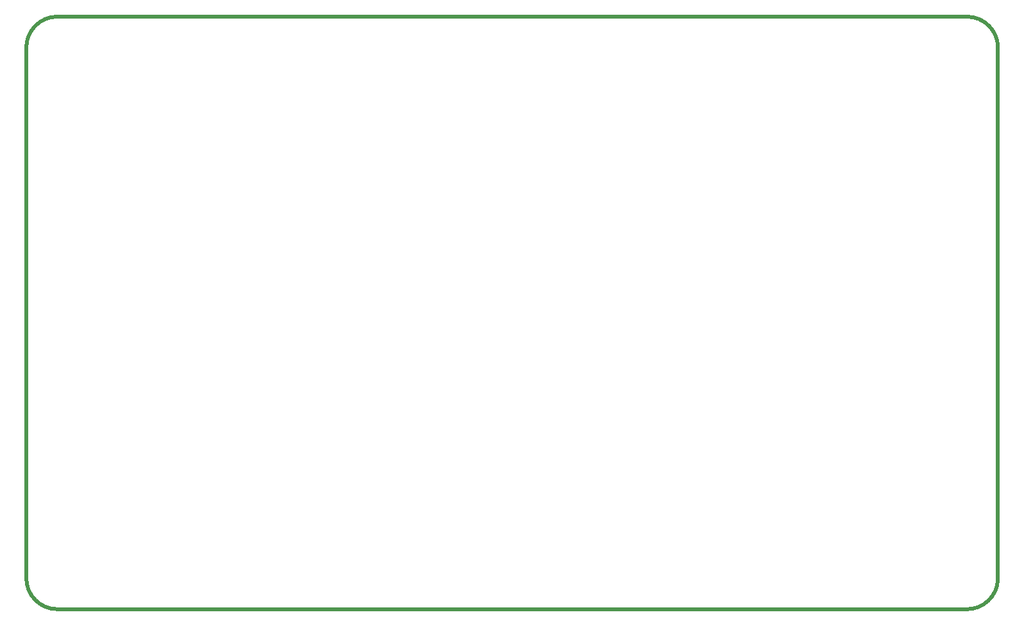
<source format=gts>
G04*
G04 #@! TF.GenerationSoftware,Altium Limited,Altium Designer,24.5.2 (23)*
G04*
G04 Layer_Color=8388736*
%FSLAX44Y44*%
%MOMM*%
G71*
G04*
G04 #@! TF.SameCoordinates,DF3C02B5-3F0F-4488-AB2D-F481A5C04937*
G04*
G04*
G04 #@! TF.FilePolarity,Negative*
G04*
G01*
G75*
%ADD11C,0.5000*%
D11*
X1288601Y747500D02*
G03*
X1247601Y788500I-41000J0D01*
G01*
Y5500D02*
G03*
X1288568Y44835I0J41000D01*
G01*
X5568Y46500D02*
G03*
X46568Y5500I41000J0D01*
G01*
X5601Y46500D02*
G03*
X46601Y5500I41000J0D01*
G01*
X46568Y788500D02*
G03*
X5568Y747500I0J-41000D01*
G01*
X46601Y788500D02*
G03*
X5601Y747500I0J-41000D01*
G01*
X1288568Y44835D02*
Y747500D01*
X1171353Y788500D02*
X1247601D01*
X1288568Y747500D02*
X1288601D01*
X1114947Y788500D02*
X1145000D01*
X1030018D02*
X1114947D01*
X1145000D02*
X1153923D01*
X349938D02*
X434948D01*
X264358D02*
X349938D01*
X689490D02*
X774907D01*
X859835D02*
X1030018D01*
X774907D02*
X859835D01*
X46601D02*
X95071D01*
X434948D02*
X519714D01*
X605050D01*
X689490D01*
X95071D02*
X179267D01*
X264358D01*
X1153923D02*
X1153968Y788456D01*
X46601Y5500D02*
X859735D01*
X5568Y46400D02*
Y747500D01*
X5601Y46400D02*
Y747500D01*
X1200000Y5500D02*
X1200000Y5500D01*
X1199000Y5500D02*
X1200000D01*
X1200000Y5500D02*
X1247601D01*
X1199000D02*
X1199000Y5500D01*
X859735Y5500D02*
X1199000D01*
X1171350Y788497D02*
X1171353Y788500D01*
X1162970Y788497D02*
X1171350D01*
X1162968Y788500D02*
X1162970Y788497D01*
X1154012Y788500D02*
X1162968D01*
X1153968Y788456D02*
X1154012Y788500D01*
M02*

</source>
